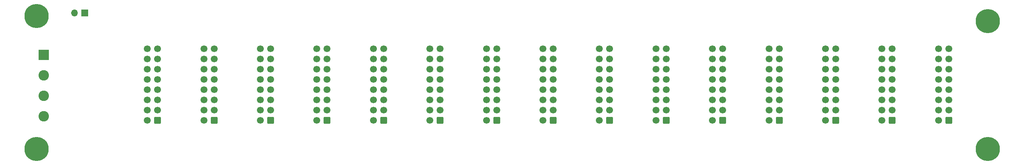
<source format=gbr>
%TF.GenerationSoftware,KiCad,Pcbnew,(6.0.0-0)*%
%TF.CreationDate,2022-11-09T21:07:36-05:00*%
%TF.ProjectId,POWER_DISTRIBUTION,504f5745-525f-4444-9953-545249425554,rev?*%
%TF.SameCoordinates,Original*%
%TF.FileFunction,Soldermask,Bot*%
%TF.FilePolarity,Negative*%
%FSLAX46Y46*%
G04 Gerber Fmt 4.6, Leading zero omitted, Abs format (unit mm)*
G04 Created by KiCad (PCBNEW (6.0.0-0)) date 2022-11-09 21:07:36*
%MOMM*%
%LPD*%
G01*
G04 APERTURE LIST*
G04 Aperture macros list*
%AMRoundRect*
0 Rectangle with rounded corners*
0 $1 Rounding radius*
0 $2 $3 $4 $5 $6 $7 $8 $9 X,Y pos of 4 corners*
0 Add a 4 corners polygon primitive as box body*
4,1,4,$2,$3,$4,$5,$6,$7,$8,$9,$2,$3,0*
0 Add four circle primitives for the rounded corners*
1,1,$1+$1,$2,$3*
1,1,$1+$1,$4,$5*
1,1,$1+$1,$6,$7*
1,1,$1+$1,$8,$9*
0 Add four rect primitives between the rounded corners*
20,1,$1+$1,$2,$3,$4,$5,0*
20,1,$1+$1,$4,$5,$6,$7,0*
20,1,$1+$1,$6,$7,$8,$9,0*
20,1,$1+$1,$8,$9,$2,$3,0*%
G04 Aperture macros list end*
%ADD10C,0.800000*%
%ADD11C,6.000000*%
%ADD12RoundRect,0.250000X0.600000X0.600000X-0.600000X0.600000X-0.600000X-0.600000X0.600000X-0.600000X0*%
%ADD13C,1.700000*%
%ADD14R,2.600000X2.600000*%
%ADD15C,2.600000*%
%ADD16R,1.700000X1.700000*%
%ADD17O,1.700000X1.700000*%
G04 APERTURE END LIST*
D10*
%TO.C,REF\u002A\u002A*%
X265750990Y-58994990D03*
D11*
X264160000Y-57404000D03*
D10*
X264160000Y-59654000D03*
X262569010Y-58994990D03*
X266410000Y-57404000D03*
X265750990Y-55813010D03*
X261910000Y-57404000D03*
X262569010Y-55813010D03*
X264160000Y-55154000D03*
%TD*%
D12*
%TO.C,J1*%
X114473856Y-82042000D03*
D13*
X111933856Y-82042000D03*
X114473856Y-79502000D03*
X111933856Y-79502000D03*
X114473856Y-76962000D03*
X111933856Y-76962000D03*
X114473856Y-74422000D03*
X111933856Y-74422000D03*
X114473856Y-71882000D03*
X111933856Y-71882000D03*
X114473856Y-69342000D03*
X111933856Y-69342000D03*
X114473856Y-66802000D03*
X111933856Y-66802000D03*
X114473856Y-64262000D03*
X111933856Y-64262000D03*
%TD*%
D12*
%TO.C,J5*%
X240496032Y-82042000D03*
D13*
X237956032Y-82042000D03*
X240496032Y-79502000D03*
X237956032Y-79502000D03*
X240496032Y-76962000D03*
X237956032Y-76962000D03*
X240496032Y-74422000D03*
X237956032Y-74422000D03*
X240496032Y-71882000D03*
X237956032Y-71882000D03*
X240496032Y-69342000D03*
X237956032Y-69342000D03*
X240496032Y-66802000D03*
X237956032Y-66802000D03*
X240496032Y-64262000D03*
X237956032Y-64262000D03*
%TD*%
D12*
%TO.C,J8*%
X226493568Y-82042000D03*
D13*
X223953568Y-82042000D03*
X226493568Y-79502000D03*
X223953568Y-79502000D03*
X226493568Y-76962000D03*
X223953568Y-76962000D03*
X226493568Y-74422000D03*
X223953568Y-74422000D03*
X226493568Y-71882000D03*
X223953568Y-71882000D03*
X226493568Y-69342000D03*
X223953568Y-69342000D03*
X226493568Y-66802000D03*
X223953568Y-66802000D03*
X226493568Y-64262000D03*
X223953568Y-64262000D03*
%TD*%
D14*
%TO.C,J13*%
X30226000Y-65786000D03*
D15*
X30226000Y-70866000D03*
X30226000Y-75946000D03*
X30226000Y-81026000D03*
%TD*%
D12*
%TO.C,J3*%
X72466464Y-82042000D03*
D13*
X69926464Y-82042000D03*
X72466464Y-79502000D03*
X69926464Y-79502000D03*
X72466464Y-76962000D03*
X69926464Y-76962000D03*
X72466464Y-74422000D03*
X69926464Y-74422000D03*
X72466464Y-71882000D03*
X69926464Y-71882000D03*
X72466464Y-69342000D03*
X69926464Y-69342000D03*
X72466464Y-66802000D03*
X69926464Y-66802000D03*
X72466464Y-64262000D03*
X69926464Y-64262000D03*
%TD*%
D10*
%TO.C,REF\u002A\u002A*%
X264160000Y-91404000D03*
X264160000Y-86904000D03*
X262569010Y-90744990D03*
X265750990Y-87563010D03*
X262569010Y-87563010D03*
X265750990Y-90744990D03*
X266410000Y-89154000D03*
D11*
X264160000Y-89154000D03*
D10*
X261910000Y-89154000D03*
%TD*%
D12*
%TO.C,J15*%
X198488640Y-82042000D03*
D13*
X195948640Y-82042000D03*
X198488640Y-79502000D03*
X195948640Y-79502000D03*
X198488640Y-76962000D03*
X195948640Y-76962000D03*
X198488640Y-74422000D03*
X195948640Y-74422000D03*
X198488640Y-71882000D03*
X195948640Y-71882000D03*
X198488640Y-69342000D03*
X195948640Y-69342000D03*
X198488640Y-66802000D03*
X195948640Y-66802000D03*
X198488640Y-64262000D03*
X195948640Y-64262000D03*
%TD*%
D16*
%TO.C,SW1*%
X40386000Y-55372000D03*
D17*
X37846000Y-55372000D03*
%TD*%
D12*
%TO.C,J4*%
X184486176Y-82042000D03*
D13*
X181946176Y-82042000D03*
X184486176Y-79502000D03*
X181946176Y-79502000D03*
X184486176Y-76962000D03*
X181946176Y-76962000D03*
X184486176Y-74422000D03*
X181946176Y-74422000D03*
X184486176Y-71882000D03*
X181946176Y-71882000D03*
X184486176Y-69342000D03*
X181946176Y-69342000D03*
X184486176Y-66802000D03*
X181946176Y-66802000D03*
X184486176Y-64262000D03*
X181946176Y-64262000D03*
%TD*%
D12*
%TO.C,J2*%
X212491104Y-82042000D03*
D13*
X209951104Y-82042000D03*
X212491104Y-79502000D03*
X209951104Y-79502000D03*
X212491104Y-76962000D03*
X209951104Y-76962000D03*
X212491104Y-74422000D03*
X209951104Y-74422000D03*
X212491104Y-71882000D03*
X209951104Y-71882000D03*
X212491104Y-69342000D03*
X209951104Y-69342000D03*
X212491104Y-66802000D03*
X209951104Y-66802000D03*
X212491104Y-64262000D03*
X209951104Y-64262000D03*
%TD*%
D12*
%TO.C,J12*%
X142478784Y-82042000D03*
D13*
X139938784Y-82042000D03*
X142478784Y-79502000D03*
X139938784Y-79502000D03*
X142478784Y-76962000D03*
X139938784Y-76962000D03*
X142478784Y-74422000D03*
X139938784Y-74422000D03*
X142478784Y-71882000D03*
X139938784Y-71882000D03*
X142478784Y-69342000D03*
X139938784Y-69342000D03*
X142478784Y-66802000D03*
X139938784Y-66802000D03*
X142478784Y-64262000D03*
X139938784Y-64262000D03*
%TD*%
D12*
%TO.C,J14*%
X100471392Y-82042000D03*
D13*
X97931392Y-82042000D03*
X100471392Y-79502000D03*
X97931392Y-79502000D03*
X100471392Y-76962000D03*
X97931392Y-76962000D03*
X100471392Y-74422000D03*
X97931392Y-74422000D03*
X100471392Y-71882000D03*
X97931392Y-71882000D03*
X100471392Y-69342000D03*
X97931392Y-69342000D03*
X100471392Y-66802000D03*
X97931392Y-66802000D03*
X100471392Y-64262000D03*
X97931392Y-64262000D03*
%TD*%
D10*
%TO.C,REF\u002A\u002A*%
X26198000Y-89154000D03*
X28448000Y-86904000D03*
D11*
X28448000Y-89154000D03*
D10*
X28448000Y-91404000D03*
X26857010Y-90744990D03*
X30038990Y-90744990D03*
X30698000Y-89154000D03*
X26857010Y-87563010D03*
X30038990Y-87563010D03*
%TD*%
D12*
%TO.C,J11*%
X128476320Y-82042000D03*
D13*
X125936320Y-82042000D03*
X128476320Y-79502000D03*
X125936320Y-79502000D03*
X128476320Y-76962000D03*
X125936320Y-76962000D03*
X128476320Y-74422000D03*
X125936320Y-74422000D03*
X128476320Y-71882000D03*
X125936320Y-71882000D03*
X128476320Y-69342000D03*
X125936320Y-69342000D03*
X128476320Y-66802000D03*
X125936320Y-66802000D03*
X128476320Y-64262000D03*
X125936320Y-64262000D03*
%TD*%
D11*
%TO.C,REF\u002A\u002A*%
X28448000Y-56134000D03*
D10*
X28448000Y-53884000D03*
X28448000Y-58384000D03*
X30038990Y-54543010D03*
X26198000Y-56134000D03*
X30038990Y-57724990D03*
X26857010Y-57724990D03*
X30698000Y-56134000D03*
X26857010Y-54543010D03*
%TD*%
D12*
%TO.C,J6*%
X58464000Y-82042000D03*
D13*
X55924000Y-82042000D03*
X58464000Y-79502000D03*
X55924000Y-79502000D03*
X58464000Y-76962000D03*
X55924000Y-76962000D03*
X58464000Y-74422000D03*
X55924000Y-74422000D03*
X58464000Y-71882000D03*
X55924000Y-71882000D03*
X58464000Y-69342000D03*
X55924000Y-69342000D03*
X58464000Y-66802000D03*
X55924000Y-66802000D03*
X58464000Y-64262000D03*
X55924000Y-64262000D03*
%TD*%
D12*
%TO.C,J16*%
X254498500Y-82042000D03*
D13*
X251958500Y-82042000D03*
X254498500Y-79502000D03*
X251958500Y-79502000D03*
X254498500Y-76962000D03*
X251958500Y-76962000D03*
X254498500Y-74422000D03*
X251958500Y-74422000D03*
X254498500Y-71882000D03*
X251958500Y-71882000D03*
X254498500Y-69342000D03*
X251958500Y-69342000D03*
X254498500Y-66802000D03*
X251958500Y-66802000D03*
X254498500Y-64262000D03*
X251958500Y-64262000D03*
%TD*%
D12*
%TO.C,J7*%
X170483712Y-82042000D03*
D13*
X167943712Y-82042000D03*
X170483712Y-79502000D03*
X167943712Y-79502000D03*
X170483712Y-76962000D03*
X167943712Y-76962000D03*
X170483712Y-74422000D03*
X167943712Y-74422000D03*
X170483712Y-71882000D03*
X167943712Y-71882000D03*
X170483712Y-69342000D03*
X167943712Y-69342000D03*
X170483712Y-66802000D03*
X167943712Y-66802000D03*
X170483712Y-64262000D03*
X167943712Y-64262000D03*
%TD*%
D12*
%TO.C,J9*%
X156481248Y-82042000D03*
D13*
X153941248Y-82042000D03*
X156481248Y-79502000D03*
X153941248Y-79502000D03*
X156481248Y-76962000D03*
X153941248Y-76962000D03*
X156481248Y-74422000D03*
X153941248Y-74422000D03*
X156481248Y-71882000D03*
X153941248Y-71882000D03*
X156481248Y-69342000D03*
X153941248Y-69342000D03*
X156481248Y-66802000D03*
X153941248Y-66802000D03*
X156481248Y-64262000D03*
X153941248Y-64262000D03*
%TD*%
D12*
%TO.C,J10*%
X86468928Y-82042000D03*
D13*
X83928928Y-82042000D03*
X86468928Y-79502000D03*
X83928928Y-79502000D03*
X86468928Y-76962000D03*
X83928928Y-76962000D03*
X86468928Y-74422000D03*
X83928928Y-74422000D03*
X86468928Y-71882000D03*
X83928928Y-71882000D03*
X86468928Y-69342000D03*
X83928928Y-69342000D03*
X86468928Y-66802000D03*
X83928928Y-66802000D03*
X86468928Y-64262000D03*
X83928928Y-64262000D03*
%TD*%
M02*

</source>
